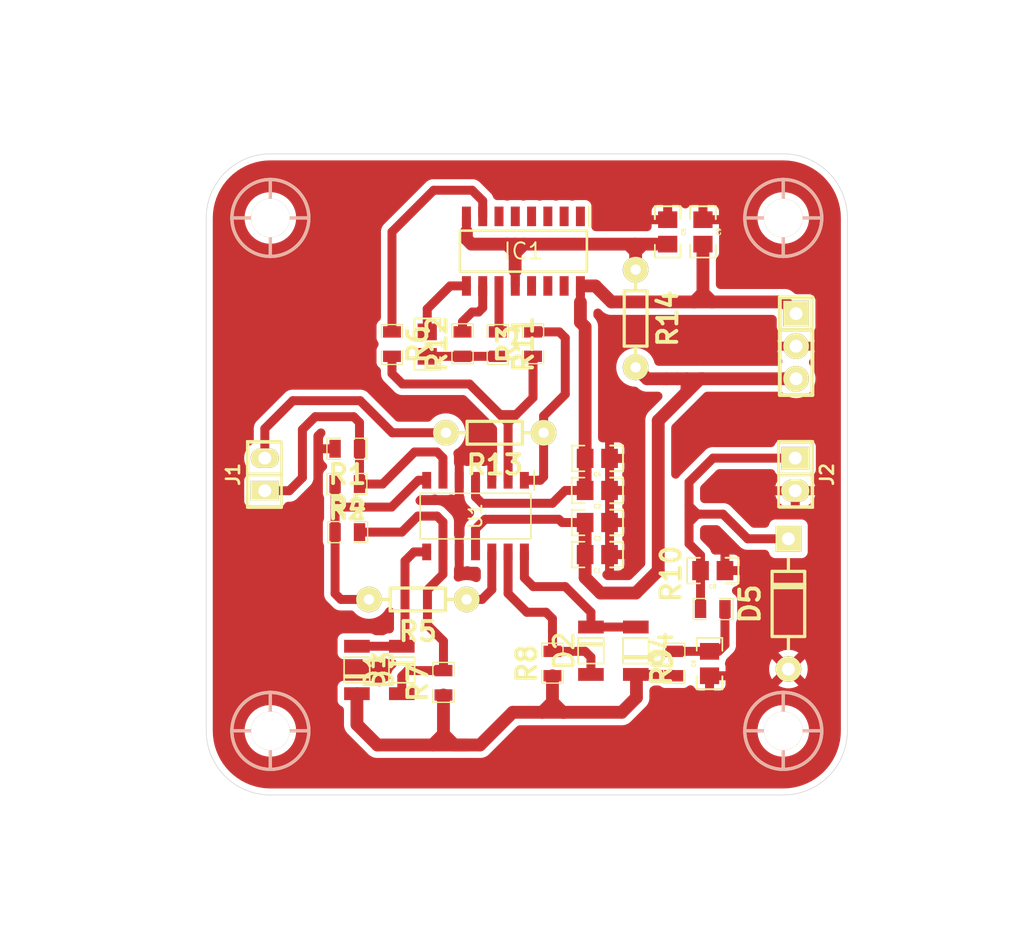
<source format=kicad_pcb>
(kicad_pcb (version 20211014) (generator pcbnew)
  (layers (0 "F.Cu" signal) (31 "B.Cu" signal) (34 "B.Paste" user) (35 "F.Paste" user) (36 "B.SilkS" user "B.Silkscreen") (37 "F.SilkS" user "F.Silkscreen") (38 "B.Mask" user) (39 "F.Mask" user) (44 "Edge.Cuts" user))
  (net 0 "")
  (net 1 "GND")
  (net 2 "-3V3")
  (net 3 "+3V3")
  (net 4 "Net-(C6-Pad1)")
  (net 5 "Net-(C7-Pad2)")
  (net 6 "Net-(C7-Pad1)")
  (net 7 "Net-(C8-Pad1)")
  (net 8 "Net-(D1-Pad2)")
  (net 9 "Net-(D1-Pad1)")
  (net 10 "Net-(D2-Pad2)")
  (net 11 "Net-(D2-Pad1)")
  (net 12 "Net-(D3-Pad2)")
  (net 13 "Net-(IC1-Pad7)")
  (net 14 "Net-(J1-Pad2)")
  (net 15 "Net-(J1-Pad1)")
  (net 16 "Net-(R2-Pad2)")
  (net 17 "Net-(R3-Pad1)")
  (net 18 "Net-(R5-Pad1)")
  (net 19 "Net-(IC1-Pad11)")
  (net 20 "Net-(IC1-Pad10)")
  (net 21 "Net-(R13-Pad1)")
  (net 22 "Net-(C5-Pad1)")
  (footprint "EESTN5:Pin_Strip_2_90" (layer "F.Cu") (at 89.25 80 90)
    (fp_text reference "J1" (at 0 -2.159 90) (layer "F.SilkS") (effects (font (size 1.016 1.016) (thickness 0.2032))))
    (fp_text value "CONN_01X02" hide)
    (pad "1" thru_hole rect locked (at -1.27 0.3175 90) (size 1.524 2.19964) (drill 1.00076) (layers *.Cu *.Mask "F.SilkS") (net 15 "Net-(J1-Pad1)"))
    (pad "2" thru_hole oval locked (at 1.27 0.3175 90) (size 1.524 2.19964) (drill 1.00076) (layers *.Cu *.Mask "F.SilkS") (net 14 "Net-(J1-Pad2)"))
  )
  (footprint "EESTN5:Tornillo_M3_8mm" (layer "F.Cu") (at 90 100)
    (fp_text reference "J4" hide)
    (fp_text value "Cable_PAD" hide)
    (pad "1" thru_hole circle locked (at 0 0) (size 3 3) (drill 3) (layers *.Cu "F.SilkS"))
  )
  (footprint "EESTN5:Tornillo_M3_8mm" (layer "F.Cu") (at 130 60)
    (fp_text reference "J5" hide)
    (fp_text value "Cable_PAD" hide)
    (pad "1" thru_hole circle locked (at 0 0) (size 3 3) (drill 3) (layers *.Cu "F.SilkS"))
  )
  (footprint "EESTN5:Tornillo_M3_8mm" (layer "F.Cu") (at 130 100)
    (fp_text reference "J6" hide)
    (fp_text value "Cable_PAD" hide)
    (pad "1" thru_hole circle locked (at 0 0) (size 3 3) (drill 3) (layers *.Cu "F.SilkS"))
  )
  (footprint "EESTN5:Tornillo_M3_8mm" (layer "F.Cu") (at 90 60)
    (fp_text reference "J3" hide)
    (fp_text value "Cable_PAD" hide)
    (pad "1" thru_hole circle locked (at 0 0) (size 3 3) (drill 3) (layers *.Cu "F.SilkS"))
  )
  (footprint "EESTN5:Pin_Header_2" (layer "F.Cu") (at 131.25 80 -90)
    (fp_text reference "J2" (at 0 -2.159 90) (layer "F.SilkS") (effects (font (size 1.016 1.016) (thickness 0.2032))))
    (fp_text value "CONN_01X02" hide)
    (pad "1" thru_hole rect locked (at -1.27 0.3175 270) (size 1.75 2.19964) (drill 1.00076) (layers *.Cu *.Mask "F.SilkS") (net 7 "Net-(C8-Pad1)"))
    (pad "2" thru_hole oval locked (at 1.27 0.3175 270) (size 1.75 2.19964) (drill 1.00076) (layers *.Cu *.Mask "F.SilkS") (net 1 "GND"))
  )
  (footprint "EESTN5:Pin_Strip_3" (layer "F.Cu") (at 131 70 -90)
    (fp_text reference "J7" hide)
    (fp_text value "CONN_01X03" hide)
    (pad "1" thru_hole rect locked (at -2.54 0 270) (size 2 2) (drill 1) (layers *.Cu *.Mask "F.SilkS") (net 3 "+3V3"))
    (pad "2" thru_hole oval locked (at 0 0 270) (size 2 2) (drill 1) (layers *.Cu *.Mask "F.SilkS") (net 1 "GND"))
    (pad "3" thru_hole oval locked (at 2.54 0 270) (size 2 2) (drill 1) (layers *.Cu *.Mask "F.SilkS") (net 2 "-3V3"))
  )
  (footprint "EESTN5:SOD80C" (layer "F.Cu") (at 96.75 95.25 -90)
    (fp_text reference "D3" (at 0 -2.1 90) (layer "F.SilkS") (effects (font (size 1.524 1.524) (thickness 0.254))))
    (fp_text value "1N4748" hide)
    (pad "1" smd rect locked (at -1.84912 0 270) (size 1.00076 1.99898) (layers "F.Cu" "F.Paste" "F.Mask") (net 8 "Net-(D1-Pad2)"))
    (pad "2" smd rect locked (at 1.84912 0 270) (size 1.00076 1.99898) (layers "F.Cu" "F.Paste" "F.Mask") (net 12 "Net-(D3-Pad2)"))
  )
  (footprint "EESTN5:C_0805" (layer "F.Cu") (at 115.5 83.75 180)
    (fp_text reference "C3" (at 0 -1.25) (layer "F.SilkS") (effects (font (size 0.29972 0.29972) (thickness 0.06096))))
    (fp_text value "100nF" hide)
    (pad "1" smd rect locked (at 0.9525 0 180) (size 1.30048 1.4986) (layers "F.Cu" "F.Paste" "F.Mask") (net 2 "-3V3"))
    (pad "2" smd rect locked (at -0.9525 0 180) (size 1.30048 1.4986) (layers "F.Cu" "F.Paste" "F.Mask") (net 1 "GND"))
  )
  (footprint "EESTN5:RES0.3" (layer "F.Cu") (at 101.5 89.75 180)
    (fp_text reference "R5" (at 0 -2.5) (layer "F.SilkS") (effects (font (size 1.5 1.5) (thickness 0.3))))
    (fp_text value "10K" hide)
    (pad "1" thru_hole circle locked (at -3.81 0 180) (size 1.99898 1.99898) (drill 0.8001) (layers *.Cu *.Mask "F.SilkS") (net 18 "Net-(R5-Pad1)"))
    (pad "2" thru_hole circle locked (at 3.81 0 180) (size 1.99898 1.99898) (drill 0.8001) (layers *.Cu *.Mask "F.SilkS") (net 16 "Net-(R2-Pad2)"))
  )
  (footprint "EESTN5:R_0805" (layer "F.Cu") (at 96 84.5)
    (fp_text reference "R4" (at 0 -2) (layer "F.SilkS") (effects (font (size 1.5 1.5) (thickness 0.3))))
    (fp_text value "10K" hide)
    (pad "1" smd rect locked (at -0.9525 0) (size 0.889 1.397) (layers "F.Cu" "F.Paste" "F.Mask") (net 16 "Net-(R2-Pad2)"))
    (pad "2" smd rect locked (at 0.9525 0) (size 0.889 1.397) (layers "F.Cu" "F.Paste" "F.Mask") (net 9 "Net-(D1-Pad1)"))
  )
  (footprint "EESTN5:C_0805" (layer "F.Cu") (at 124.5 87.5 180)
    (fp_text reference "C8" (at 0 -1.25) (layer "F.SilkS") (effects (font (size 0.29972 0.29972) (thickness 0.06096))))
    (fp_text value "1uf" hide)
    (pad "1" smd rect locked (at 0.9525 0 180) (size 1.30048 1.4986) (layers "F.Cu" "F.Paste" "F.Mask") (net 7 "Net-(C8-Pad1)"))
    (pad "2" smd rect locked (at -0.9525 0 180) (size 1.30048 1.4986) (layers "F.Cu" "F.Paste" "F.Mask") (net 1 "GND"))
  )
  (footprint "EESTN5:R_0805" (layer "F.Cu") (at 107.735 69.838 -90)
    (fp_text reference "R11" (at 0 -2 90) (layer "F.SilkS") (effects (font (size 1.5 1.5) (thickness 0.3))))
    (fp_text value "100k" hide)
    (pad "1" smd rect locked (at -0.9525 0 270) (size 0.889 1.397) (layers "F.Cu" "F.Paste" "F.Mask") (net 19 "Net-(IC1-Pad11)"))
    (pad "2" smd rect locked (at 0.9525 0 270) (size 0.889 1.397) (layers "F.Cu" "F.Paste" "F.Mask") (net 6 "Net-(C7-Pad1)"))
  )
  (footprint "EESTN5:R_0805" (layer "F.Cu") (at 121.5 94.75 90)
    (fp_text reference "R9" (at -0.25 -1 90) (layer "F.SilkS") (effects (font (size 1.5 1.5) (thickness 0.3))))
    (fp_text value "10k" hide)
    (pad "1" smd rect locked (at -0.9525 0 90) (size 0.889 1.397) (layers "F.Cu" "F.Paste" "F.Mask") (net 12 "Net-(D3-Pad2)"))
    (pad "2" smd rect locked (at 0.9525 0 90) (size 0.889 1.397) (layers "F.Cu" "F.Paste" "F.Mask") (net 4 "Net-(C6-Pad1)"))
  )
  (footprint "EESTN5:R_0805" (layer "F.Cu") (at 124.5 90.5)
    (fp_text reference "R10" (at -3.25 -2.75 90) (layer "F.SilkS") (effects (font (size 1.5 1.5) (thickness 0.3))))
    (fp_text value "10k" hide)
    (pad "1" smd rect locked (at -0.9525 0) (size 0.889 1.397) (layers "F.Cu" "F.Paste" "F.Mask") (net 7 "Net-(C8-Pad1)"))
    (pad "2" smd rect locked (at 0.9525 0) (size 0.889 1.397) (layers "F.Cu" "F.Paste" "F.Mask") (net 4 "Net-(C6-Pad1)"))
  )
  (footprint "EESTN5:R_0805" (layer "F.Cu") (at 112 94.75 90)
    (fp_text reference "R8" (at 0 -2 90) (layer "F.SilkS") (effects (font (size 1.5 1.5) (thickness 0.3))))
    (fp_text value "10k" hide)
    (pad "1" smd rect locked (at -0.9525 0 90) (size 0.889 1.397) (layers "F.Cu" "F.Paste" "F.Mask") (net 12 "Net-(D3-Pad2)"))
    (pad "2" smd rect locked (at 0.9525 0 90) (size 0.889 1.397) (layers "F.Cu" "F.Paste" "F.Mask") (net 11 "Net-(D2-Pad1)"))
  )
  (footprint "EESTN5:SOD80C" (layer "F.Cu") (at 118.5 93.75 -90)
    (fp_text reference "D4" (at 0 -2.1 90) (layer "F.SilkS") (effects (font (size 1.524 1.524) (thickness 0.254))))
    (fp_text value "1N4148" hide)
    (pad "1" smd rect locked (at -1.84912 0 270) (size 1.00076 1.99898) (layers "F.Cu" "F.Paste" "F.Mask") (net 10 "Net-(D2-Pad2)"))
    (pad "2" smd rect locked (at 1.84912 0 270) (size 1.00076 1.99898) (layers "F.Cu" "F.Paste" "F.Mask") (net 12 "Net-(D3-Pad2)"))
  )
  (footprint "EESTN5:R_0805" (layer "F.Cu") (at 104.985 69.838 90)
    (fp_text reference "R12" (at 0 -2 90) (layer "F.SilkS") (effects (font (size 1.5 1.5) (thickness 0.3))))
    (fp_text value "10k" hide)
    (pad "1" smd rect locked (at -0.9525 0 90) (size 0.889 1.397) (layers "F.Cu" "F.Paste" "F.Mask") (net 6 "Net-(C7-Pad1)"))
    (pad "2" smd rect locked (at 0.9525 0 90) (size 0.889 1.397) (layers "F.Cu" "F.Paste" "F.Mask") (net 20 "Net-(IC1-Pad10)"))
  )
  (footprint "EESTN5:SOD80C" (layer "F.Cu") (at 115 93.75 90)
    (fp_text reference "D2" (at 0 -2.1 90) (layer "F.SilkS") (effects (font (size 1.524 1.524) (thickness 0.254))))
    (fp_text value "1N4148" hide)
    (pad "1" smd rect locked (at -1.84912 0 90) (size 1.00076 1.99898) (layers "F.Cu" "F.Paste" "F.Mask") (net 11 "Net-(D2-Pad1)"))
    (pad "2" smd rect locked (at 1.84912 0 90) (size 1.00076 1.99898) (layers "F.Cu" "F.Paste" "F.Mask") (net 10 "Net-(D2-Pad2)"))
  )
  (footprint "EESTN5:C_0805" (layer "F.Cu") (at 123.735 61.088 -90)
    (fp_text reference "C9" (at 0 -1.25 90) (layer "F.SilkS") (effects (font (size 0.29972 0.29972) (thickness 0.06096))))
    (fp_text value "100nf" hide)
    (pad "1" smd rect locked (at 0.9525 0 270) (size 1.30048 1.4986) (layers "F.Cu" "F.Paste" "F.Mask") (net 3 "+3V3"))
    (pad "2" smd rect locked (at -0.9525 0 270) (size 1.30048 1.4986) (layers "F.Cu" "F.Paste" "F.Mask") (net 1 "GND"))
  )
  (footprint "EESTN5:R_0805" (layer "F.Cu") (at 96 80.75 180)
    (fp_text reference "R2" (at 0 -2) (layer "F.SilkS") (effects (font (size 1.5 1.5) (thickness 0.3))))
    (fp_text value "5.6k" hide)
    (pad "1" smd rect locked (at -0.9525 0 180) (size 0.889 1.397) (layers "F.Cu" "F.Paste" "F.Mask") (net 15 "Net-(J1-Pad1)"))
    (pad "2" smd rect locked (at 0.9525 0 180) (size 0.889 1.397) (layers "F.Cu" "F.Paste" "F.Mask") (net 16 "Net-(R2-Pad2)"))
  )
  (footprint "MacroLib:SOP16" (layer "F.Cu") (at 109.735 62.588 -90)
    (fp_text reference "IC1" (at 0 0) (layer "F.SilkS") (effects (font (size 1.27 1.27))))
    (fp_text value "CD4060BE" hide)
    (pad "1" smd rect locked (at -2.712 -4.445) (size 0.7 1.525) (layers "F.Cu" "F.Paste" "F.Mask"))
    (pad "2" smd rect locked (at -2.712 -3.175) (size 0.7 1.525) (layers "F.Cu" "F.Paste" "F.Mask"))
    (pad "3" smd rect locked (at -2.712 -1.905) (size 0.7 1.525) (layers "F.Cu" "F.Paste" "F.Mask"))
    (pad "4" smd rect locked (at -2.712 -0.635) (size 0.7 1.525) (layers "F.Cu" "F.Paste" "F.Mask"))
    (pad "5" smd rect locked (at -2.712 0.635) (size 0.7 1.525) (layers "F.Cu" "F.Paste" "F.Mask"))
    (pad "6" smd rect locked (at -2.712 1.905) (size 0.7 1.525) (layers "F.Cu" "F.Paste" "F.Mask"))
    (pad "7" smd rect locked (at -2.712 3.175) (size 0.7 1.525) (layers "F.Cu" "F.Paste" "F.Mask") (net 13 "Net-(IC1-Pad7)"))
    (pad "8" smd rect locked (at -2.712 4.445) (size 0.7 1.525) (layers "F.Cu" "F.Paste" "F.Mask") (net 22 "Net-(C5-Pad1)"))
    (pad "9" smd rect locked (at 2.712 4.445) (size 0.7 1.525) (layers "F.Cu" "F.Paste" "F.Mask") (net 5 "Net-(C7-Pad2)"))
    (pad "10" smd rect locked (at 2.712 3.175) (size 0.7 1.525) (layers "F.Cu" "F.Paste" "F.Mask") (net 20 "Net-(IC1-Pad10)"))
    (pad "11" smd rect locked (at 2.712 1.905) (size 0.7 1.525) (layers "F.Cu" "F.Paste" "F.Mask") (net 19 "Net-(IC1-Pad11)"))
    (pad "12" smd rect locked (at 2.712 0.635) (size 0.7 1.525) (layers "F.Cu" "F.Paste" "F.Mask") (net 22 "Net-(C5-Pad1)"))
    (pad "13" smd rect locked (at 2.712 -0.635) (size 0.7 1.525) (layers "F.Cu" "F.Paste" "F.Mask"))
    (pad "14" smd rect locked (at 2.712 -1.905) (size 0.7 1.525) (layers "F.Cu" "F.Paste" "F.Mask"))
    (pad "15" smd rect locked (at 2.712 -3.175) (size 0.7 1.525) (layers "F.Cu" "F.Paste" "F.Mask"))
    (pad "16" smd rect locked (at 2.712 -4.445) (size 0.7 1.525) (layers "F.Cu" "F.Paste" "F.Mask") (net 3 "+3V3"))
  )
  (footprint "EESTN5:C_0805" (layer "F.Cu") (at 102.235 69.838 -90)
    (fp_text reference "C7" (at 0 -1.25 90) (layer "F.SilkS") (effects (font (size 0.29972 0.29972) (thickness 0.06096))))
    (fp_text value "1nf" hide)
    (pad "1" smd rect locked (at 0.9525 0 270) (size 1.30048 1.4986) (layers "F.Cu" "F.Paste" "F.Mask") (net 6 "Net-(C7-Pad1)"))
    (pad "2" smd rect locked (at -0.9525 0 270) (size 1.30048 1.4986) (layers "F.Cu" "F.Paste" "F.Mask") (net 5 "Net-(C7-Pad2)"))
  )
  (footprint "EESTN5:C_0805" (layer "F.Cu") (at 115.5 78.75 180)
    (fp_text reference "C4" (at 0 -1.25) (layer "F.SilkS") (effects (font (size 0.29972 0.29972) (thickness 0.06096))))
    (fp_text value "100nf" hide)
    (pad "1" smd rect locked (at 0.9525 0 180) (size 1.30048 1.4986) (layers "F.Cu" "F.Paste" "F.Mask") (net 3 "+3V3"))
    (pad "2" smd rect locked (at -0.9525 0 180) (size 1.30048 1.4986) (layers "F.Cu" "F.Paste" "F.Mask") (net 1 "GND"))
  )
  (footprint "EESTN5:SOD80C" (layer "F.Cu") (at 100.25 95.25 90)
    (fp_text reference "D1" (at 0 -2.1 90) (layer "F.SilkS") (effects (font (size 1.524 1.524) (thickness 0.254))))
    (fp_text value "1N4148" hide)
    (pad "1" smd rect locked (at -1.84912 0 90) (size 1.00076 1.99898) (layers "F.Cu" "F.Paste" "F.Mask") (net 9 "Net-(D1-Pad1)"))
    (pad "2" smd rect locked (at 1.84912 0 90) (size 1.00076 1.99898) (layers "F.Cu" "F.Paste" "F.Mask") (net 8 "Net-(D1-Pad2)"))
  )
  (footprint "EESTN5:R_0805" (layer "F.Cu") (at 96 78 180)
    (fp_text reference "R1" (at 0 -2) (layer "F.SilkS") (effects (font (size 1.5 1.5) (thickness 0.3))))
    (fp_text value "1M" hide)
    (pad "1" smd rect locked (at -0.9525 0 180) (size 0.889 1.397) (layers "F.Cu" "F.Paste" "F.Mask") (net 15 "Net-(J1-Pad1)"))
    (pad "2" smd rect locked (at 0.9525 0 180) (size 0.889 1.397) (layers "F.Cu" "F.Paste" "F.Mask") (net 1 "GND"))
  )
  (footprint "EESTN5:R_0805" (layer "F.Cu") (at 110.485 69.838 90)
    (fp_text reference "R3" (at 0 -2 90) (layer "F.SilkS") (effects (font (size 1.5 1.5) (thickness 0.3))))
    (fp_text value "6.8k" hide)
    (pad "1" smd rect locked (at -0.9525 0 90) (size 0.889 1.397) (layers "F.Cu" "F.Paste" "F.Mask") (net 17 "Net-(R3-Pad1)"))
    (pad "2" smd rect locked (at 0.9525 0 90) (size 0.889 1.397) (layers "F.Cu" "F.Paste" "F.Mask") (net 21 "Net-(R13-Pad1)"))
  )
  (footprint "EESTN5:C_0805" (layer "F.Cu") (at 115.5 86.25 180)
    (fp_text reference "C1" (at 0 -1.25) (layer "F.SilkS") (effects (font (size 0.29972 0.29972) (thickness 0.06096))))
    (fp_text value "4.7uF" hide)
    (pad "1" smd rect locked (at 0.9525 0 180) (size 1.30048 1.4986) (layers "F.Cu" "F.Paste" "F.Mask") (net 2 "-3V3"))
    (pad "2" smd rect locked (at -0.9525 0 180) (size 1.30048 1.4986) (layers "F.Cu" "F.Paste" "F.Mask") (net 1 "GND"))
  )
  (footprint "EESTN5:C_0805" (layer "F.Cu") (at 124.25 94.75 90)
    (fp_text reference "C6" (at 0 -1.25 90) (layer "F.SilkS") (effects (font (size 0.29972 0.29972) (thickness 0.06096))))
    (fp_text value "1uf" hide)
    (pad "1" smd rect locked (at 0.9525 0 90) (size 1.30048 1.4986) (layers "F.Cu" "F.Paste" "F.Mask") (net 4 "Net-(C6-Pad1)"))
    (pad "2" smd rect locked (at -0.9525 0 90) (size 1.30048 1.4986) (layers "F.Cu" "F.Paste" "F.Mask") (net 1 "GND"))
  )
  (footprint "EESTN5:C_0805" (layer "F.Cu") (at 115.5 81.25 180)
    (fp_text reference "C2" (at 0 -1.25) (layer "F.SilkS") (effects (font (size 0.29972 0.29972) (thickness 0.06096))))
    (fp_text value "4.7uf" hide)
    (pad "1" smd rect locked (at 0.9525 0 180) (size 1.30048 1.4986) (layers "F.Cu" "F.Paste" "F.Mask") (net 3 "+3V3"))
    (pad "2" smd rect locked (at -0.9525 0 180) (size 1.30048 1.4986) (layers "F.Cu" "F.Paste" "F.Mask") (net 1 "GND"))
  )
  (footprint "EESTN5:R_0805" (layer "F.Cu") (at 99.485 69.838 -90)
    (fp_text reference "R6" (at 0 -2 90) (layer "F.SilkS") (effects (font (size 1.5 1.5) (thickness 0.3))))
    (fp_text value "100k" hide)
    (pad "1" smd rect locked (at -0.9525 0 270) (size 0.889 1.397) (layers "F.Cu" "F.Paste" "F.Mask") (net 13 "Net-(IC1-Pad7)"))
    (pad "2" smd rect locked (at 0.9525 0 270) (size 0.889 1.397) (layers "F.Cu" "F.Paste" "F.Mask") (net 17 "Net-(R3-Pad1)"))
  )
  (footprint "EESTN5:R_0805" (layer "F.Cu") (at 103.5 96.25 90)
    (fp_text reference "R7" (at 0 -2 90) (layer "F.SilkS") (effects (font (size 1.5 1.5) (thickness 0.3))))
    (fp_text value "10k" hide)
    (pad "1" smd rect locked (at -0.9525 0 90) (size 0.889 1.397) (layers "F.Cu" "F.Paste" "F.Mask") (net 12 "Net-(D3-Pad2)"))
    (pad "2" smd rect locked (at 0.9525 0 90) (size 0.889 1.397) (layers "F.Cu" "F.Paste" "F.Mask") (net 9 "Net-(D1-Pad1)"))
  )
  (footprint "EESTN5:DO-41" (layer "F.Cu") (at 130.4 90.1 90)
    (fp_text reference "D5" (at 0 -3 90) (layer "F.SilkS") (effects (font (size 1.524 1.524) (thickness 0.3048))))
    (fp_text value "1N5819W" hide)
    (pad "1" thru_hole circle locked (at -5.08 0 90) (size 1.99898 1.99898) (drill 1.00076) (layers *.Cu *.Mask "F.SilkS") (net 1 "GND"))
    (pad "2" thru_hole rect locked (at 5.08 0 90) (size 1.99898 1.99898) (drill 1.00076) (layers *.Cu *.Mask "F.SilkS") (net 7 "Net-(C8-Pad1)"))
  )
  (footprint "EESTN5:RES0.3" (layer "F.Cu") (at 118.485 67.838 -90)
    (fp_text reference "R14" (at 0 -2.5 90) (layer "F.SilkS") (effects (font (size 1.5 1.5) (thickness 0.3))))
    (fp_text value "0" hide)
    (pad "1" thru_hole circle locked (at -3.81 0 270) (size 1.99898 1.99898) (drill 0.8001) (layers *.Cu *.Mask "F.SilkS") (net 22 "Net-(C5-Pad1)"))
    (pad "2" thru_hole circle locked (at 3.81 0 270) (size 1.99898 1.99898) (drill 0.8001) (layers *.Cu *.Mask "F.SilkS") (net 2 "-3V3"))
  )
  (footprint "EESTN5:RES0.3" (layer "F.Cu") (at 107.5 76.75 180)
    (fp_text reference "R13" (at 0 -2.5) (layer "F.SilkS") (effects (font (size 1.5 1.5) (thickness 0.3))))
    (fp_text value "0" hide)
    (pad "1" thru_hole circle locked (at -3.81 0 180) (size 1.99898 1.99898) (drill 0.8001) (layers *.Cu *.Mask "F.SilkS") (net 21 "Net-(R13-Pad1)"))
    (pad "2" thru_hole circle locked (at 3.81 0 180) (size 1.99898 1.99898) (drill 0.8001) (layers *.Cu *.Mask "F.SilkS") (net 14 "Net-(J1-Pad2)"))
  )
  (footprint "MacroLib:SOP14" (layer "F.Cu") (at 106 83.25 -90)
    (fp_text reference "U1" (at 0 0 90) (layer "F.SilkS"))
    (fp_text value "LM324")
    (pad "1" smd rect locked (at -2.794 -3.81 270) (size 1.3 0.7) (layers "F.Cu" "F.Paste" "F.Mask") (net 21 "Net-(R13-Pad1)"))
    (pad "2" smd rect locked (at -2.794 -2.54 270) (size 1.3 0.7) (layers "F.Cu" "F.Paste" "F.Mask") (net 17 "Net-(R3-Pad1)"))
    (pad "3" smd rect locked (at -2.794 -1.27 270) (size 1.3 0.7) (layers "F.Cu" "F.Paste" "F.Mask") (net 1 "GND"))
    (pad "4" smd rect locked (at -2.794 0 270) (size 1.3 0.7) (layers "F.Cu" "F.Paste" "F.Mask") (net 3 "+3V3"))
    (pad "5" smd rect locked (at -2.794 1.27 270) (size 1.3 0.7) (layers "F.Cu" "F.Paste" "F.Mask") (net 1 "GND"))
    (pad "6" smd rect locked (at -2.794 2.54 270) (size 1.3 0.7) (layers "F.Cu" "F.Paste" "F.Mask") (net 15 "Net-(J1-Pad1)"))
    (pad "7" smd rect locked (at -2.794 3.81 270) (size 1.3 0.7) (layers "F.Cu" "F.Paste" "F.Mask") (net 16 "Net-(R2-Pad2)"))
    (pad "8" smd rect locked (at 2.794 3.81 270) (size 1.3 0.7) (layers "F.Cu" "F.Paste" "F.Mask") (net 8 "Net-(D1-Pad2)"))
    (pad "9" smd rect locked (at 2.794 2.54 270) (size 1.3 0.7) (layers "F.Cu" "F.Paste" "F.Mask") (net 9 "Net-(D1-Pad1)"))
    (pad "10" smd rect locked (at 2.794 1.27 270) (size 1.3 0.7) (layers "F.Cu" "F.Paste" "F.Mask") (net 1 "GND"))
    (pad "11" smd rect locked (at 2.794 0 270) (size 1.3 0.7) (layers "F.Cu" "F.Paste" "F.Mask") (net 2 "-3V3"))
    (pad "12" smd rect locked (at 2.794 -1.27 270) (size 1.3 0.7) (layers "F.Cu" "F.Paste" "F.Mask") (net 18 "Net-(R5-Pad1)"))
    (pad "13" smd rect locked (at 2.794 -2.54 270) (size 1.3 0.7) (layers "F.Cu" "F.Paste" "F.Mask") (net 11 "Net-(D2-Pad1)"))
    (pad "14" smd rect locked (at 2.794 -3.81 270) (size 1.3 0.7) (layers "F.Cu" "F.Paste" "F.Mask") (net 10 "Net-(D2-Pad2)"))
  )
  (footprint "EESTN5:C_0805" (layer "F.Cu") (at 120.985 61.088 -90)
    (fp_text reference "C5" (at 0 -1.25 90) (layer "F.SilkS") (effects (font (size 0.29972 0.29972) (thickness 0.06096))))
    (fp_text value "100nf" hide)
    (pad "1" smd rect locked (at 0.9525 0 270) (size 1.30048 1.4986) (layers "F.Cu" "F.Paste" "F.Mask") (net 22 "Net-(C5-Pad1)"))
    (pad "2" smd rect locked (at -0.9525 0 270) (size 1.30048 1.4986) (layers "F.Cu" "F.Paste" "F.Mask") (net 1 "GND"))
  )
  (gr_line (start 85 100) (end 85 60) (layer "Edge.Cuts") (width 0.05))
  (gr_arc (start 90 105) (mid 86.464466 103.535534) (end 85 100) (layer "Edge.Cuts") (width 0.05))
  (gr_line (start 90 55) (end 130 55) (layer "Edge.Cuts") (width 0.05))
  (gr_arc (start 85 60) (mid 86.464466 56.464466) (end 90 55) (layer "Edge.Cuts") (width 0.05))
  (gr_line (start 135 60) (end 135 100) (layer "Edge.Cuts") (width 0.05))
  (gr_arc (start 130 55) (mid 133.535534 56.464466) (end 135 60) (layer "Edge.Cuts") (width 0.05))
  (gr_arc (start 135 100) (mid 133.535534 103.535534) (end 130 105) (layer "Edge.Cuts") (width 0.05))
  (gr_line (start 130 105) (end 90 105) (layer "Edge.Cuts") (width 0.05))
  (segment (start 106 84.25) (end 106.75 83.5) (width 0.7) (layer "F.Cu") (net 2))
  (segment (start 112.75 83.75) (end 114.5475 83.75) (width 0.7) (layer "F.Cu") (net 2))
  (segment (start 112.5 83.5) (end 112.75 83.75) (width 0.7) (layer "F.Cu") (net 2))
  (segment (start 106.75 83.5) (end 112.5 83.5) (width 0.7) (layer "F.Cu") (net 2))
  (segment (start 106 86.044) (end 106 84.25) (width 0.7) (layer "F.Cu") (net 2))
  (segment (start 122.49 72.54) (end 121.74 72.54) (width 1) (layer "F.Cu") (net 2))
  (segment (start 120.25 87.5) (end 120.25 75.8) (width 1) (layer "F.Cu") (net 2))
  (segment (start 120.89 72.54) (end 119.377 72.54) (width 1) (layer "F.Cu") (net 2))
  (segment (start 115.75 89.25) (end 118.5 89.25) (width 1) (layer "F.Cu") (net 2))
  (segment (start 114.5475 88.0475) (end 115.75 89.25) (width 1) (layer "F.Cu") (net 2))
  (segment (start 123.74 72.54) (end 122.49 72.54) (width 1) (layer "F.Cu") (net 2))
  (segment (start 131 72.54) (end 123.74 72.54) (width 1) (layer "F.Cu") (net 2))
  (segment (start 114.5475 83.75) (end 114.5475 86.25) (width 1) (layer "F.Cu") (net 2))
  (segment (start 123.51 72.54) (end 123.74 72.54) (width 1) (layer "F.Cu") (net 2))
  (segment (start 114.5475 86.25) (end 114.5475 88.0475) (width 1) (layer "F.Cu") (net 2))
  (segment (start 122.35 73.7) (end 123.51 72.54) (width 1) (layer "F.Cu") (net 2))
  (segment (start 120.25 75.8) (end 122.35 73.7) (width 1) (layer "F.Cu") (net 2))
  (segment (start 121.74 72.54) (end 120.89 72.54) (width 1) (layer "F.Cu") (net 2))
  (segment (start 122.35 73.7) (end 122.49 73.56) (width 1) (layer "F.Cu") (net 2))
  (segment (start 118.5 89.25) (end 120.25 87.5) (width 1) (layer "F.Cu") (net 2))
  (segment (start 119.377 72.54) (end 118.485 71.648) (width 1) (layer "F.Cu") (net 2))
  (segment (start 122.49 73.56) (end 122.49 72.54) (width 1) (layer "F.Cu") (net 2))
  (segment (start 118.505 71.628) (end 118.485 71.648) (width 1) (layer "F.Cu") (net 2))
  (segment (start 106 81.75) (end 106.5 82.25) (width 0.7) (layer "F.Cu") (net 3))
  (segment (start 106 80.456) (end 106 81.75) (width 0.7) (layer "F.Cu") (net 3))
  (segment (start 112 82.25) (end 113 81.25) (width 0.7) (layer "F.Cu") (net 3))
  (segment (start 113 81.25) (end 114.5475 81.25) (width 0.7) (layer "F.Cu") (net 3))
  (segment (start 106.5 82.25) (end 112 82.25) (width 0.7) (layer "F.Cu") (net 3))
  (segment (start 114.18 68.13) (end 114.18 65.3) (width 0.7) (layer "F.Cu") (net 3))
  (segment (start 123.735 65.838) (end 124.445 66.548) (width 1) (layer "F.Cu") (net 3))
  (segment (start 114.5475 81.25) (end 114.5475 78.75) (width 1) (layer "F.Cu") (net 3))
  (segment (start 115.347 65.3) (end 116.595 66.548) (width 1) (layer "F.Cu") (net 3))
  (segment (start 114.18 68.13) (end 114.18 66.57) (width 1) (layer "F.Cu") (net 3))
  (segment (start 123.045 66.548) (end 124.445 66.548) (width 1) (layer "F.Cu") (net 3))
  (segment (start 123.735 62.0405) (end 123.735 65.838) (width 1) (layer "F.Cu") (net 3))
  (segment (start 130.96 67.5) (end 131 67.46) (width 0.7) (layer "F.Cu") (net 3))
  (segment (start 114.647 65.3) (end 115.347 65.3) (width 1) (layer "F.Cu") (net 3))
  (segment (start 114.5475 78.75) (end 114.5475 68.4975) (width 1) (layer "F.Cu") (net 3))
  (segment (start 130.088 66.548) (end 131 67.46) (width 1) (layer "F.Cu") (net 3))
  (segment (start 116.595 66.548) (end 123.045 66.548) (width 1) (layer "F.Cu") (net 3))
  (segment (start 114.5475 68.4975) (end 114.18 68.13) (width 1) (layer "F.Cu") (net 3))
  (segment (start 114.18 65.3) (end 114.647 65.3) (width 0.7) (layer "F.Cu") (net 3))
  (segment (start 123.735 65.838) (end 123.735 65.858) (width 1) (layer "F.Cu") (net 3))
  (segment (start 124.445 66.548) (end 130.088 66.548) (width 1) (layer "F.Cu") (net 3))
  (segment (start 123.735 65.858) (end 123.045 66.548) (width 1) (layer "F.Cu") (net 3))
  (segment (start 124.25 93.7975) (end 124.9525 93.7975) (width 0.7) (layer "F.Cu") (net 4))
  (segment (start 125.4525 93.2975) (end 125.4525 90.5) (width 0.7) (layer "F.Cu") (net 4))
  (segment (start 124.9525 93.7975) (end 125.4525 93.2975) (width 0.7) (layer "F.Cu") (net 4))
  (segment (start 121.5 93.7975) (end 124.25 93.7975) (width 0.7) (layer "F.Cu") (net 4))
  (segment (start 104.023 65.3) (end 105.29 65.3) (width 0.7) (layer "F.Cu") (net 5))
  (segment (start 102.235 67.088) (end 104.023 65.3) (width 0.7) (layer "F.Cu") (net 5))
  (segment (start 102.235 68.8855) (end 102.235 67.088) (width 0.7) (layer "F.Cu") (net 5))
  (segment (start 102.235 70.7905) (end 107.735 70.7905) (width 0.7) (layer "F.Cu") (net 6))
  (segment (start 123.5475 87.5) (end 123.5475 86.2975) (width 0.7) (layer "F.Cu") (net 7))
  (segment (start 123.5475 90.5) (end 123.5475 87.5) (width 0.7) (layer "F.Cu") (net 7))
  (segment (start 122.65088 85.40088) (end 122.65088 84.5) (width 0.7) (layer "F.Cu") (net 7))
  (segment (start 123.5475 86.2975) (end 122.65088 85.40088) (width 0.7) (layer "F.Cu") (net 7))
  (segment (start 122.65088 83.15088) (end 122.65088 82.44912) (width 0.7) (layer "F.Cu") (net 7))
  (segment (start 123.30176 83.1) (end 122.65088 82.44912) (width 0.7) (layer "F.Cu") (net 7))
  (segment (start 123.5 83.1) (end 122.70176 83.1) (width 0.7) (layer "F.Cu") (net 7))
  (segment (start 123.3 83.1) (end 122.65088 83.74912) (width 0.7) (layer "F.Cu") (net 7))
  (segment (start 122.65088 82.44912) (end 122.65088 80.59912) (width 0.7) (layer "F.Cu") (net 7))
  (segment (start 123.30176 83.1) (end 123.3 83.1) (width 0.7) (layer "F.Cu") (net 7))
  (segment (start 122.65088 83.74912) (end 122.65088 83.15088) (width 0.7) (layer "F.Cu") (net 7))
  (segment (start 125.3 83.1) (end 123.5 83.1) (width 0.7) (layer "F.Cu") (net 7))
  (segment (start 124.52 78.73) (end 130.9325 78.73) (width 0.7) (layer "F.Cu") (net 7))
  (segment (start 127.22 85.02) (end 125.3 83.1) (width 0.7) (layer "F.Cu") (net 7))
  (segment (start 122.65088 84.5) (end 122.65088 83.74912) (width 0.7) (layer "F.Cu") (net 7))
  (segment (start 122.70176 83.1) (end 122.65088 83.15088) (width 0.7) (layer "F.Cu") (net 7))
  (segment (start 130.4 85.02) (end 127.22 85.02) (width 0.7) (layer "F.Cu") (net 7))
  (segment (start 123.5 83.1) (end 123.30176 83.1) (width 0.7) (layer "F.Cu") (net 7))
  (segment (start 122.65088 80.59912) (end 124.52 78.73) (width 0.7) (layer "F.Cu") (net 7))
  (segment (start 100.5 86.75) (end 101.206 86.044) (width 0.7) (layer "F.Cu") (net 8))
  (segment (start 101.206 86.044) (end 102.19 86.044) (width 0.7) (layer "F.Cu") (net 8))
  (segment (start 96.75 93.40088) (end 100.25 93.40088) (width 0.7) (layer "F.Cu") (net 8))
  (segment (start 100.5 86.75) (end 100.5 93.15088) (width 0.7) (layer "F.Cu") (net 8))
  (segment (start 100.5 93.15088) (end 100.25 93.40088) (width 0.7) (layer "F.Cu") (net 8))
  (segment (start 103 83.25) (end 103.46 83.71) (width 0.7) (layer "F.Cu") (net 9))
  (segment (start 103.46 83.71) (end 103.46 86.044) (width 0.7) (layer "F.Cu") (net 9))
  (segment (start 101.5 83.25) (end 103 83.25) (width 0.7) (layer "F.Cu") (net 9))
  (segment (start 100.25 84.5) (end 101.5 83.25) (width 0.7) (layer "F.Cu") (net 9))
  (segment (start 96.9525 84.5) (end 100.25 84.5) (width 0.7) (layer "F.Cu") (net 9))
  (segment (start 100.25 95.75) (end 100.7025 95.2975) (width 0.7) (layer "F.Cu") (net 9))
  (segment (start 100.7025 95.2975) (end 103.5 95.2975) (width 0.7) (layer "F.Cu") (net 9))
  (segment (start 103.46 87.79) (end 103.46 86.044) (width 0.7) (layer "F.Cu") (net 9))
  (segment (start 102.25 91.75) (end 102.25 89) (width 0.7) (layer "F.Cu") (net 9))
  (segment (start 103.5 93) (end 102.25 91.75) (width 0.7) (layer "F.Cu") (net 9))
  (segment (start 100.25 97.09912) (end 100.25 95.75) (width 0.7) (layer "F.Cu") (net 9))
  (segment (start 102.25 89) (end 103.46 87.79) (width 0.7) (layer "F.Cu") (net 9))
  (segment (start 103.5 95.2975) (end 103.5 93) (width 0.7) (layer "F.Cu") (net 9))
  (segment (start 115 90.75) (end 113 88.75) (width 0.7) (layer "F.Cu") (net 10))
  (segment (start 115 91.90088) (end 115 90.75) (width 0.7) (layer "F.Cu") (net 10))
  (segment (start 115 91.90088) (end 118.5 91.90088) (width 0.7) (layer "F.Cu") (net 10))
  (segment (start 110.5 88.75) (end 109.81 88.06) (width 0.7) (layer "F.Cu") (net 10))
  (segment (start 109.81 88.06) (end 109.81 86.044) (width 0.7) (layer "F.Cu") (net 10))
  (segment (start 113 88.75) (end 110.5 88.75) (width 0.7) (layer "F.Cu") (net 10))
  (segment (start 114.5475 93.7975) (end 115 94.25) (width 0.7) (layer "F.Cu") (net 11))
  (segment (start 115 94.25) (end 115 95.59912) (width 0.7) (layer "F.Cu") (net 11))
  (segment (start 112 93.7975) (end 114.5475 93.7975) (width 0.7) (layer "F.Cu") (net 11))
  (segment (start 112 93.7975) (end 112 91.25) (width 0.7) (layer "F.Cu") (net 11))
  (segment (start 112 91.25) (end 111.5 90.75) (width 0.7) (layer "F.Cu") (net 11))
  (segment (start 111.5 90.75) (end 110 90.75) (width 0.7) (layer "F.Cu") (net 11))
  (segment (start 110 90.75) (end 108.54 89.29) (width 0.7) (layer "F.Cu") (net 11))
  (segment (start 108.54 89.29) (end 108.54 86.044) (width 0.7) (layer "F.Cu") (net 11))
  (segment (start 118.5 95.59912) (end 121.39662 95.59912) (width 0.7) (layer "F.Cu") (net 12))
  (segment (start 121.39662 95.59912) (end 121.5 95.7025) (width 0.7) (layer "F.Cu") (net 12))
  (segment (start 112.9 98.55) (end 117.4 98.55) (width 1) (layer "F.Cu") (net 12))
  (segment (start 112.8 98.55) (end 112.9 98.55) (width 1) (layer "F.Cu") (net 12))
  (segment (start 104.8 101.1) (end 106.35 101.1) (width 1) (layer "F.Cu") (net 12))
  (segment (start 103.5 100.25) (end 103.5 100.8) (width 1) (layer "F.Cu") (net 12))
  (segment (start 112 97.75) (end 111.2 98.55) (width 1) (layer "F.Cu") (net 12))
  (segment (start 102.7 101.05) (end 102.7 101.1) (width 1) (layer "F.Cu") (net 12))
  (segment (start 103.5 97.2025) (end 103.5 100.25) (width 1) (layer "F.Cu") (net 12))
  (segment (start 108.9 98.55) (end 111.2 98.55) (width 1) (layer "F.Cu") (net 12))
  (segment (start 96.75 97.09912) (end 96.75 99.5) (width 1) (layer "F.Cu") (net 12))
  (segment (start 117.4 98.55) (end 118.55 97.4) (width 1) (layer "F.Cu") (net 12))
  (segment (start 111.2 98.55) (end 112.9 98.55) (width 1) (layer "F.Cu") (net 12))
  (segment (start 102.7 101.1) (end 105.35 101.1) (width 1) (layer "F.Cu") (net 12))
  (segment (start 98.35 101.1) (end 102.7 101.1) (width 1) (layer "F.Cu") (net 12))
  (segment (start 103.5 100.25) (end 102.7 101.05) (width 1) (layer "F.Cu") (net 12))
  (segment (start 106.35 101.1) (end 108.9 98.55) (width 1) (layer "F.Cu") (net 12))
  (segment (start 96.75 99.5) (end 98.35 101.1) (width 1) (layer "F.Cu") (net 12))
  (segment (start 103.5 100.25) (end 104.35 101.1) (width 1) (layer "F.Cu") (net 12))
  (segment (start 118.55 95.64912) (end 118.5 95.59912) (width 1) (layer "F.Cu") (net 12))
  (segment (start 112 95.7025) (end 112 97.75) (width 1) (layer "F.Cu") (net 12))
  (segment (start 118.55 97.4) (end 118.55 95.64912) (width 1) (layer "F.Cu") (net 12))
  (segment (start 112 97.75) (end 112.8 98.55) (width 1) (layer "F.Cu") (net 12))
  (segment (start 104.35 101.1) (end 104.8 101.1) (width 1) (layer "F.Cu") (net 12))
  (segment (start 99.485 61.088) (end 102.735 57.838) (width 0.7) (layer "F.Cu") (net 13))
  (segment (start 105.735 57.838) (end 106.56 58.663) (width 0.7) (layer "F.Cu") (net 13))
  (segment (start 102.735 57.838) (end 105.735 57.838) (width 0.7) (layer "F.Cu") (net 13))
  (segment (start 106.56 58.663) (end 106.56 59.876) (width 0.7) (layer "F.Cu") (net 13))
  (segment (start 99.485 68.8855) (end 99.485 61.088) (width 0.7) (layer "F.Cu") (net 13))
  (segment (start 91.75 74.25) (end 97 74.25) (width 0.7) (layer "F.Cu") (net 14))
  (segment (start 89.5675 78.73) (end 89.5675 76.4325) (width 0.7) (layer "F.Cu") (net 14))
  (segment (start 99.5 76.75) (end 97 74.25) (width 0.7) (layer "F.Cu") (net 14))
  (segment (start 89.5675 76.4325) (end 91.75 74.25) (width 0.7) (layer "F.Cu") (net 14))
  (segment (start 103.69 76.75) (end 99.5 76.75) (width 0.7) (layer "F.Cu") (net 14))
  (segment (start 103 78.25) (end 103.46 78.71) (width 0.7) (layer "F.Cu") (net 15))
  (segment (start 103.46 78.71) (end 103.46 80.456) (width 0.7) (layer "F.Cu") (net 15))
  (segment (start 101.25 78.25) (end 103 78.25) (width 0.7) (layer "F.Cu") (net 15))
  (segment (start 98.75 80.75) (end 101.25 78.25) (width 0.7) (layer "F.Cu") (net 15))
  (segment (start 96.9525 80.75) (end 98.75 80.75) (width 0.7) (layer "F.Cu") (net 15))
  (segment (start 96.9525 80.75) (end 96.9525 78) (width 0.7) (layer "F.Cu") (net 15))
  (segment (start 92.5 80.25) (end 92.5 76.5) (width 0.7) (layer "F.Cu") (net 15))
  (segment (start 92.5 76.5) (end 93.5 75.5) (width 0.7) (layer "F.Cu") (net 15))
  (segment (start 91.48 81.27) (end 92.5 80.25) (width 0.7) (layer "F.Cu") (net 15))
  (segment (start 89.5675 81.27) (end 91.48 81.27) (width 0.7) (layer "F.Cu") (net 15))
  (segment (start 93.5 75.5) (end 96.5 75.5) (width 0.7) (layer "F.Cu") (net 15))
  (segment (start 96.5 75.5) (end 96.9525 75.9525) (width 0.7) (layer "F.Cu") (net 15))
  (segment (start 96.9525 75.9525) (end 96.9525 78) (width 0.7) (layer "F.Cu") (net 15))
  (segment (start 95.0475 89.2975) (end 95.5 89.75) (width 0.7) (layer "F.Cu") (net 16))
  (segment (start 95.5 89.75) (end 97.69 89.75) (width 0.7) (layer "F.Cu") (net 16))
  (segment (start 95.0475 84.5) (end 95.0475 89.2975) (width 0.7) (layer "F.Cu") (net 16))
  (segment (start 95.0475 84.5) (end 95.0475 82.5475) (width 0.7) (layer "F.Cu") (net 16))
  (segment (start 99.4525 82.5475) (end 101.544 80.456) (width 0.7) (layer "F.Cu") (net 16))
  (segment (start 101.544 80.456) (end 102.19 80.456) (width 0.7) (layer "F.Cu") (net 16))
  (segment (start 95.0475 82.5475) (end 99.4525 82.5475) (width 0.7) (layer "F.Cu") (net 16))
  (segment (start 95.0475 80.75) (end 95.0475 82.5475) (width 0.7) (layer "F.Cu") (net 16))
  (segment (start 109.085 75.335) (end 109.125 75.375) (width 0.7) (layer "F.Cu") (net 17))
  (segment (start 108.29 75.71) (end 108.54 75.96) (width 0.7) (layer "F.Cu") (net 17))
  (segment (start 107.915 75.335) (end 108.29 75.71) (width 0.7) (layer "F.Cu") (net 17))
  (segment (start 108.54 80.456) (end 108.54 77.71) (width 0.7) (layer "F.Cu") (net 17))
  (segment (start 107.915 75.335) (end 109.085 75.335) (width 0.7) (layer "F.Cu") (net 17))
  (segment (start 108.54 75.96) (end 109.125 75.375) (width 0.7) (layer "F.Cu") (net 17))
  (segment (start 99.485 72.135) (end 100.3 72.95) (width 0.7) (layer "F.Cu") (net 17))
  (segment (start 110.485 74.015) (end 110.485 70.7905) (width 0.7) (layer "F.Cu") (net 17))
  (segment (start 105.53 72.95) (end 107.915 75.335) (width 0.7) (layer "F.Cu") (net 17))
  (segment (start 109.125 75.375) (end 110.485 74.015) (width 0.7) (layer "F.Cu") (net 17))
  (segment (start 100.3 72.95) (end 105.53 72.95) (width 0.7) (layer "F.Cu") (net 17))
  (segment (start 108.54 77.71) (end 108.54 75.96) (width 0.7) (layer "F.Cu") (net 17))
  (segment (start 99.485 70.7905) (end 99.485 72.135) (width 0.7) (layer "F.Cu") (net 17))
  (segment (start 105.31 89.75) (end 106.5 89.75) (width 0.7) (layer "F.Cu") (net 18))
  (segment (start 106.5 89.75) (end 107.27 88.98) (width 0.7) (layer "F.Cu") (net 18))
  (segment (start 107.27 88.98) (end 107.27 86.044) (width 0.7) (layer "F.Cu") (net 18))
  (segment (start 107.83 68.7905) (end 107.735 68.8855) (width 0.7) (layer "F.Cu") (net 19))
  (segment (start 107.83 65.3) (end 107.83 68.7905) (width 0.7) (layer "F.Cu") (net 19))
  (segment (start 106.235 67.338) (end 106.56 67.013) (width 0.7) (layer "F.Cu") (net 20))
  (segment (start 104.985 68.8855) (end 104.985 68.088) (width 0.7) (layer "F.Cu") (net 20))
  (segment (start 105.735 67.338) (end 106.235 67.338) (width 0.7) (layer "F.Cu") (net 20))
  (segment (start 104.985 68.088) (end 105.735 67.338) (width 0.7) (layer "F.Cu") (net 20))
  (segment (start 106.56 67.013) (end 106.56 65.3) (width 0.7) (layer "F.Cu") (net 20))
  (segment (start 111.31 75.44) (end 113 73.75) (width 0.7) (layer "F.Cu") (net 21))
  (segment (start 111.31 76.75) (end 111.31 75.44) (width 0.7) (layer "F.Cu") (net 21))
  (segment (start 113 73.75) (end 113 69.353) (width 0.7) (layer "F.Cu") (net 21))
  (segment (start 111.044 80.456) (end 111.31 80.19) (width 0.7) (layer "F.Cu") (net 21))
  (segment (start 109.81 80.456) (end 111.044 80.456) (width 0.7) (layer "F.Cu") (net 21))
  (segment (start 113 69.353) (end 112.5325 68.8855) (width 0.7) (layer "F.Cu") (net 21))
  (segment (start 112.5325 68.8855) (end 110.485 68.8855) (width 0.7) (layer "F.Cu") (net 21))
  (segment (start 111.31 80.19) (end 111.31 76.75) (width 0.7) (layer "F.Cu") (net 21))
  (segment (start 105.6875 62.0405) (end 108.4375 62.0405) (width 0.7) (layer "F.Cu") (net 22))
  (segment (start 117.6875 62.0405) (end 118.485 62.838) (width 0.7) (layer "F.Cu") (net 22))
  (segment (start 118.485 62.088) (end 118.4375 62.0405) (width 1) (layer "F.Cu") (net 22))
  (segment (start 120.985 62.0405) (end 105.6875 62.0405) (width 1) (layer "F.Cu") (net 22))
  (segment (start 118.485 62.838) (end 118.485 64.028) (width 0.7) (layer "F.Cu") (net 22))
  (segment (start 118.4375 62.0405) (end 117.6875 62.0405) (width 0.7) (layer "F.Cu") (net 22))
  (segment (start 109.0875 62.0405) (end 109.7825 62.0405) (width 0.7) (layer "F.Cu") (net 22))
  (segment (start 118.485 62.838) (end 119.2825 62.0405) (width 0.7) (layer "F.Cu") (net 22))
  (segment (start 118.485 64.028) (end 118.485 62.088) (width 1) (layer "F.Cu") (net 22))
  (segment (start 109.0875 62.0405) (end 109.0875 64.1105) (width 1) (layer "F.Cu") (net 22))
  (segment (start 109.1 65.3) (end 109.1 64.123) (width 0.7) (layer "F.Cu") (net 22))
  (segment (start 108.4375 62.0405) (end 109.0875 62.0405) (width 0.7) (layer "F.Cu") (net 22))
  (segment (start 105.29 61.643) (end 105.29 61.083) (width 1) (layer "F.Cu") (net 22))
  (segment (start 109.7825 62.0405) (end 117.6875 62.0405) (width 0.7) (layer "F.Cu") (net 22))
  (segment (start 105.29 59.876) (end 105.29 61.083) (width 0.7) (layer "F.Cu") (net 22))
  (segment (start 105.6875 62.0405) (end 105.29 61.643) (width 1) (layer "F.Cu") (net 22))
  (segment (start 119.2825 62.0405) (end 118.4375 62.0405) (width 0.7) (layer "F.Cu") (net 22))
  (segment (start 109.0875 64.1105) (end 109.1 64.123) (width 1) (layer "F.Cu") (net 22))
  (segment (start 109.1 62.703) (end 108.4375 62.0405) (width 1) (layer "F.Cu") (net 22))
  (segment (start 109.12 62.703) (end 109.1 62.703) (width 1) (layer "F.Cu") (net 22))
  (segment (start 109.1 64.123) (end 109.1 62.703) (width 0.7) (layer "F.Cu") (net 22))
  (segment (start 120.985 62.0405) (end 119.2825 62.0405) (width 0.7) (layer "F.Cu") (net 22))
  (segment (start 109.12 62.703) (end 109.7825 62.0405) (width 1) (layer "F.Cu") (net 22))
  (zone (net 1) (net_name "GND") (layer "F.Cu") (connect_pads (clearance 0.508)) (min_thickness 0.7) (fill yes (thermal_gap 0.5) (thermal_bridge_width 0.7))
    (polygon (pts (xy 140 110) (xy 80 110) (xy 80 50) (xy 140 50)))
  )
)
</source>
